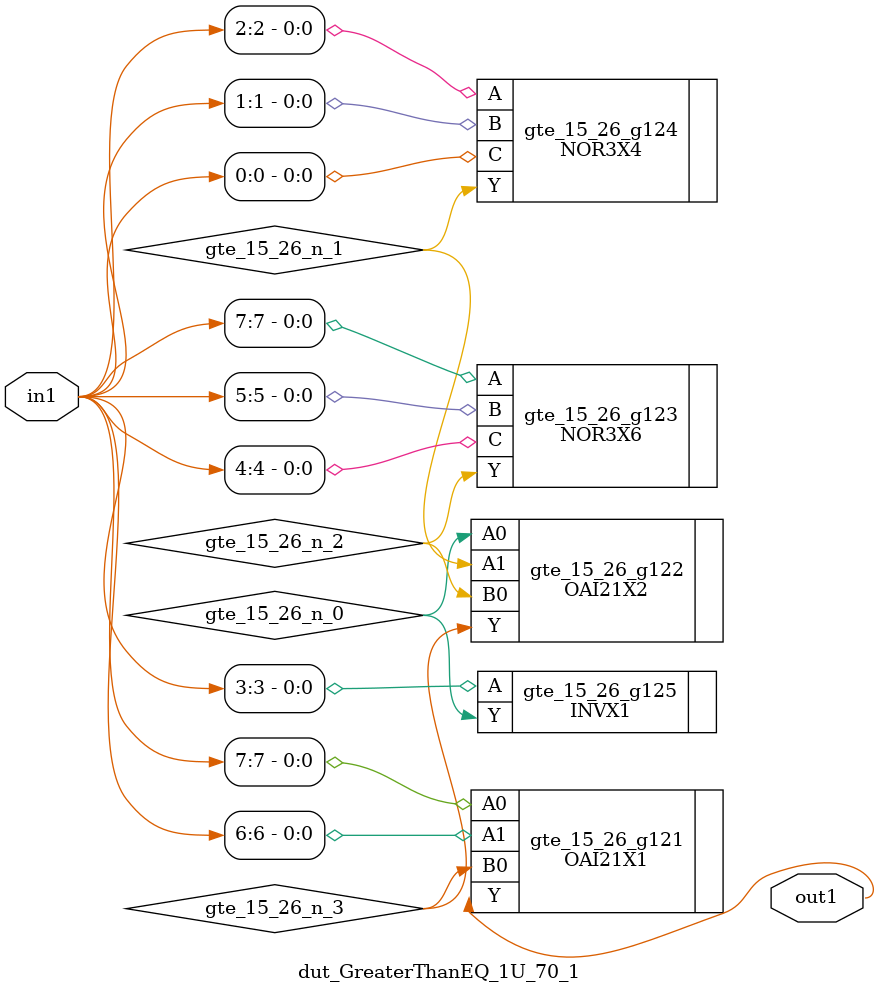
<source format=v>
`timescale 1ps / 1ps


module dut_GreaterThanEQ_1U_70_1(in1, out1);
  input [7:0] in1;
  output out1;
  wire [7:0] in1;
  wire out1;
  wire gte_15_26_n_0, gte_15_26_n_1, gte_15_26_n_2, gte_15_26_n_3;
  OAI21X1 gte_15_26_g121(.A0 (in1[7]), .A1 (in1[6]), .B0
       (gte_15_26_n_3), .Y (out1));
  OAI21X2 gte_15_26_g122(.A0 (gte_15_26_n_0), .A1 (gte_15_26_n_1), .B0
       (gte_15_26_n_2), .Y (gte_15_26_n_3));
  NOR3X6 gte_15_26_g123(.A (in1[7]), .B (in1[5]), .C (in1[4]), .Y
       (gte_15_26_n_2));
  NOR3X4 gte_15_26_g124(.A (in1[2]), .B (in1[1]), .C (in1[0]), .Y
       (gte_15_26_n_1));
  INVX1 gte_15_26_g125(.A (in1[3]), .Y (gte_15_26_n_0));
endmodule



</source>
